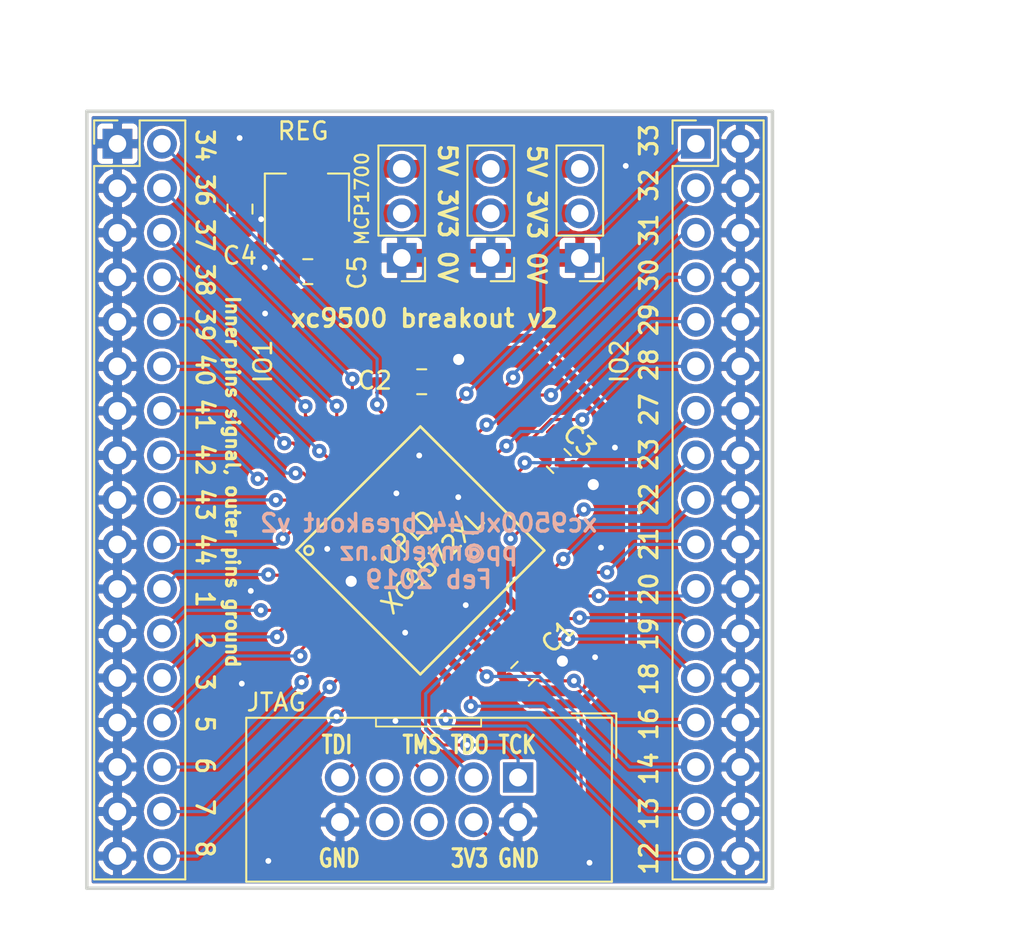
<source format=kicad_pcb>
(kicad_pcb (version 20171130) (host pcbnew "(5.0.1-3-g963ef8bb5)")
  (layers (0 F.Cu signal) (31 B.Cu signal) (34 B.Paste user) (35 F.Paste user) (36 B.SilkS user) (37 F.SilkS user) (38 B.Mask user) (39 F.Mask user) (44 Edge.Cuts user))
  (net 0 "")
  (net 1 3V3)
  (net 2 GND)
  (net 3 5V)
  (net 4 pin1_gck3)
  (net 5 pin2)
  (net 6 pin3)
  (net 7 pin5)
  (net 8 pin6)
  (net 9 pin7)
  (net 10 pin8)
  (net 11 TDI)
  (net 12 TMS)
  (net 13 TCK)
  (net 14 pin12)
  (net 15 pin13)
  (net 16 pin14)
  (net 17 pin16)
  (net 18 pin18)
  (net 19 pin19)
  (net 20 pin20)
  (net 21 pin21)
  (net 22 pin22)
  (net 23 pin23)
  (net 24 TDO)
  (net 25 pin27)
  (net 26 pin28)
  (net 27 pin29)
  (net 28 pin30)
  (net 29 pin31)
  (net 30 pin32)
  (net 31 pin33_GSR)
  (net 32 pin34_GTS2)
  (net 33 pin36_GTS1)
  (net 34 pin37)
  (net 35 pin38)
  (net 36 pin39)
  (net 37 pin40)
  (net 38 pin41)
  (net 39 pin42)
  (net 40 pin43_gck1)
  (net 41 pin44_gck2)
  (module Capacitor_SMD:C_0805_2012Metric (layer F.Cu) (at 144.15008 89.23782 45)
    (fp_text reference C1 (at 2.88805 -0.096987 45) (layer F.SilkS))
    (fp_text value 100n)
    (pad 1 smd roundrect (at -0.937501 0 45) (size 0.975 1.4) (layers F.Cu F.Paste F.Mask) (net 1 3V3))
    (pad 2 smd roundrect (at 0.937501 0 45) (size 0.975 1.4) (layers F.Cu F.Paste F.Mask) (net 2 GND))
  )
  (module Capacitor_SMD:C_0805_2012Metric (layer F.Cu) (at 138.35888 72.57796)
    (fp_text reference C2 (at -2.66888 -0.06796 180) (layer F.SilkS))
    (fp_text value 100n)
    (pad 2 smd roundrect (at 0.9375 0) (size 0.975 1.4) (layers F.Cu F.Paste F.Mask) (net 2 GND))
    (pad 1 smd roundrect (at -0.9375 0) (size 0.975 1.4) (layers F.Cu F.Paste F.Mask) (net 1 3V3))
  )
  (module Capacitor_SMD:C_0805_2012Metric (layer F.Cu) (at 146.18462 77.09916 315)
    (fp_text reference C3 (at 0 -1.65 315) (layer F.SilkS))
    (fp_text value 1u)
    (pad 1 smd roundrect (at -0.937501 0 315) (size 0.975 1.4) (layers F.Cu F.Paste F.Mask) (net 1 3V3))
    (pad 2 smd roundrect (at 0.937501 0 315) (size 0.975 1.4) (layers F.Cu F.Paste F.Mask) (net 2 GND))
  )
  (module Capacitor_SMD:C_0805_2012Metric_Pad1.15x1.40mm_HandSolder (layer F.Cu) (at 127.99314 62.72784 90)
    (fp_text reference C4 (at -2.65684 -0.0127 180) (layer F.SilkS))
    (fp_text value 1u)
    (pad 2 smd roundrect (at 1.025 0 90) (size 1.15 1.4) (layers F.Cu F.Paste F.Mask) (roundrect_rratio 0.217391) (net 3 5V))
    (pad 1 smd roundrect (at -1.025 0 90) (size 1.15 1.4) (layers F.Cu F.Paste F.Mask) (roundrect_rratio 0.217391) (net 2 GND))
  )
  (module Capacitor_SMD:C_0805_2012Metric_Pad1.15x1.40mm_HandSolder (layer F.Cu) (at 131.85902 66.29654 180)
    (fp_text reference C5 (at -2.81098 -0.06346 90) (layer F.SilkS))
    (fp_text value 1u)
    (pad 1 smd roundrect (at -1.025 0 180) (size 1.15 1.4) (layers F.Cu F.Paste F.Mask) (roundrect_rratio 0.217391) (net 1 3V3))
    (pad 2 smd roundrect (at 1.025 0 180) (size 1.15 1.4) (layers F.Cu F.Paste F.Mask) (roundrect_rratio 0.217391) (net 2 GND))
  )
  (module myelin-kicad:xilinx_vqg44 (layer F.Cu) (at 138.28014 82.20202 45)
    (fp_text reference CPLD (at 0 -1 45) (layer F.SilkS))
    (fp_text value XC9572XL (at 0 1 45) (layer F.SilkS))
    (pad 1 smd rect (at -6 -4 45) (size 2 0.5) (layers F.Cu F.Paste F.Mask) (net 4 pin1_gck3))
    (pad 2 smd rect (at -6 -3.2 45) (size 2 0.5) (layers F.Cu F.Paste F.Mask) (net 5 pin2))
    (pad 3 smd rect (at -6 -2.4 45) (size 2 0.5) (layers F.Cu F.Paste F.Mask) (net 6 pin3))
    (pad 4 smd rect (at -6 -1.6 45) (size 2 0.5) (layers F.Cu F.Paste F.Mask) (net 2 GND))
    (pad 5 smd rect (at -6 -0.8 45) (size 2 0.5) (layers F.Cu F.Paste F.Mask) (net 7 pin5))
    (pad 6 smd rect (at -6 0 45) (size 2 0.5) (layers F.Cu F.Paste F.Mask) (net 8 pin6))
    (pad 7 smd rect (at -6 0.8 45) (size 2 0.5) (layers F.Cu F.Paste F.Mask) (net 9 pin7))
    (pad 8 smd rect (at -6 1.6 45) (size 2 0.5) (layers F.Cu F.Paste F.Mask) (net 10 pin8))
    (pad 9 smd rect (at -6 2.4 45) (size 2 0.5) (layers F.Cu F.Paste F.Mask) (net 11 TDI))
    (pad 10 smd rect (at -6 3.2 45) (size 2 0.5) (layers F.Cu F.Paste F.Mask) (net 12 TMS))
    (pad 11 smd rect (at -6 4 45) (size 2 0.5) (layers F.Cu F.Paste F.Mask) (net 13 TCK))
    (pad 12 smd rect (at -4 6 45) (size 0.5 2) (layers F.Cu F.Paste F.Mask) (net 14 pin12))
    (pad 13 smd rect (at -3.2 6 45) (size 0.5 2) (layers F.Cu F.Paste F.Mask) (net 15 pin13))
    (pad 14 smd rect (at -2.4 6 45) (size 0.5 2) (layers F.Cu F.Paste F.Mask) (net 16 pin14))
    (pad 15 smd rect (at -1.6 6 45) (size 0.5 2) (layers F.Cu F.Paste F.Mask) (net 1 3V3))
    (pad 16 smd rect (at -0.8 6 45) (size 0.5 2) (layers F.Cu F.Paste F.Mask) (net 17 pin16))
    (pad 17 smd rect (at 0 6 45) (size 0.5 2) (layers F.Cu F.Paste F.Mask) (net 2 GND))
    (pad 18 smd rect (at 0.8 6 45) (size 0.5 2) (layers F.Cu F.Paste F.Mask) (net 18 pin18))
    (pad 19 smd rect (at 1.6 6 45) (size 0.5 2) (layers F.Cu F.Paste F.Mask) (net 19 pin19))
    (pad 20 smd rect (at 2.4 6 45) (size 0.5 2) (layers F.Cu F.Paste F.Mask) (net 20 pin20))
    (pad 21 smd rect (at 3.2 6 45) (size 0.5 2) (layers F.Cu F.Paste F.Mask) (net 21 pin21))
    (pad 22 smd rect (at 4 6 45) (size 0.5 2) (layers F.Cu F.Paste F.Mask) (net 22 pin22))
    (pad 23 smd rect (at 6 4 45) (size 2 0.5) (layers F.Cu F.Paste F.Mask) (net 23 pin23))
    (pad 24 smd rect (at 6 3.2 45) (size 2 0.5) (layers F.Cu F.Paste F.Mask) (net 24 TDO))
    (pad 25 smd rect (at 6 2.4 45) (size 2 0.5) (layers F.Cu F.Paste F.Mask) (net 2 GND))
    (pad 26 smd rect (at 6 1.6 45) (size 2 0.5) (layers F.Cu F.Paste F.Mask) (net 1 3V3))
    (pad 27 smd rect (at 6 0.8 45) (size 2 0.5) (layers F.Cu F.Paste F.Mask) (net 25 pin27))
    (pad 28 smd rect (at 6 0 45) (size 2 0.5) (layers F.Cu F.Paste F.Mask) (net 26 pin28))
    (pad 29 smd rect (at 6 -0.8 45) (size 2 0.5) (layers F.Cu F.Paste F.Mask) (net 27 pin29))
    (pad 30 smd rect (at 6 -1.6 45) (size 2 0.5) (layers F.Cu F.Paste F.Mask) (net 28 pin30))
    (pad 31 smd rect (at 6 -2.4 45) (size 2 0.5) (layers F.Cu F.Paste F.Mask) (net 29 pin31))
    (pad 32 smd rect (at 6 -3.2 45) (size 2 0.5) (layers F.Cu F.Paste F.Mask) (net 30 pin32))
    (pad 33 smd rect (at 6 -4 45) (size 2 0.5) (layers F.Cu F.Paste F.Mask) (net 31 pin33_GSR))
    (pad 34 smd rect (at 4 -6 45) (size 0.5 2) (layers F.Cu F.Paste F.Mask) (net 32 pin34_GTS2))
    (pad 35 smd rect (at 3.2 -6 45) (size 0.5 2) (layers F.Cu F.Paste F.Mask) (net 1 3V3))
    (pad 36 smd rect (at 2.4 -6 45) (size 0.5 2) (layers F.Cu F.Paste F.Mask) (net 33 pin36_GTS1))
    (pad 37 smd rect (at 1.6 -6 45) (size 0.5 2) (layers F.Cu F.Paste F.Mask) (net 34 pin37))
    (pad 38 smd rect (at 0.8 -6 45) (size 0.5 2) (layers F.Cu F.Paste F.Mask) (net 35 pin38))
    (pad 39 smd rect (at 0 -6 45) (size 0.5 2) (layers F.Cu F.Paste F.Mask) (net 36 pin39))
    (pad 40 smd rect (at -0.8 -6 45) (size 0.5 2) (layers F.Cu F.Paste F.Mask) (net 37 pin40))
    (pad 41 smd rect (at -1.6 -6 45) (size 0.5 2) (layers F.Cu F.Paste F.Mask) (net 38 pin41))
    (pad 42 smd rect (at -2.4 -6 45) (size 0.5 2) (layers F.Cu F.Paste F.Mask) (net 39 pin42))
    (pad 43 smd rect (at -3.2 -6 45) (size 0.5 2) (layers F.Cu F.Paste F.Mask) (net 40 pin43_gck1))
    (pad 44 smd rect (at -4 -6 45) (size 0.5 2) (layers F.Cu F.Paste F.Mask) (net 41 pin44_gck2))
  )
  (module Package_TO_SOT_SMD:SOT-89-3 (layer F.Cu) (at 131.81076 62.48146 90)
    (fp_text reference REG (at 4.2037 -0.22098 180) (layer F.SilkS))
    (fp_text value MCP1700T-3302E/MB)
    (pad 2 smd trapezoid (at 2.667 0) (size 1.6 0.85) (rect_delta 0 0.6) (layers F.Cu F.Paste F.Mask) (net 3 5V))
    (pad 1 smd rect (at -1.48 -1.5) (size 1 1.5) (layers F.Cu F.Paste F.Mask) (net 2 GND))
    (pad 2 smd rect (at -1.3335 0) (size 1 1.8) (layers F.Cu F.Paste F.Mask) (net 3 5V))
    (pad 3 smd rect (at -1.48 1.5) (size 1 1.5) (layers F.Cu F.Paste F.Mask) (net 1 3V3))
    (pad 2 smd rect (at 1.3335 0) (size 2.2 1.84) (layers F.Cu F.Paste F.Mask) (net 3 5V))
    (pad 2 smd trapezoid (at -0.0762 0 180) (size 1.5 1) (rect_delta 0 0.7) (layers F.Cu F.Paste F.Mask) (net 3 5V))
  )
  (module Connector_PinHeader_2.54mm:PinHeader_2x17_P2.54mm_Vertical (layer F.Cu) (at 121 59)
    (fp_text reference IO1 (at 8.3 12.42 -90) (layer F.SilkS))
    (fp_text value "CPLD IO")
    (pad 1 thru_hole rect (at 0 0) (size 1.7 1.7) (drill 1) (layers *.Cu *.Mask) (net 2 GND))
    (pad 2 thru_hole oval (at 2.54 0) (size 1.7 1.7) (drill 1) (layers *.Cu *.Mask) (net 32 pin34_GTS2))
    (pad 3 thru_hole oval (at 0 2.54) (size 1.7 1.7) (drill 1) (layers *.Cu *.Mask) (net 2 GND))
    (pad 4 thru_hole oval (at 2.54 2.54) (size 1.7 1.7) (drill 1) (layers *.Cu *.Mask) (net 33 pin36_GTS1))
    (pad 5 thru_hole oval (at 0 5.08) (size 1.7 1.7) (drill 1) (layers *.Cu *.Mask) (net 2 GND))
    (pad 6 thru_hole oval (at 2.54 5.08) (size 1.7 1.7) (drill 1) (layers *.Cu *.Mask) (net 34 pin37))
    (pad 7 thru_hole oval (at 0 7.62) (size 1.7 1.7) (drill 1) (layers *.Cu *.Mask) (net 2 GND))
    (pad 8 thru_hole oval (at 2.54 7.62) (size 1.7 1.7) (drill 1) (layers *.Cu *.Mask) (net 35 pin38))
    (pad 9 thru_hole oval (at 0 10.16) (size 1.7 1.7) (drill 1) (layers *.Cu *.Mask) (net 2 GND))
    (pad 10 thru_hole oval (at 2.54 10.16) (size 1.7 1.7) (drill 1) (layers *.Cu *.Mask) (net 36 pin39))
    (pad 11 thru_hole oval (at 0 12.7) (size 1.7 1.7) (drill 1) (layers *.Cu *.Mask) (net 2 GND))
    (pad 12 thru_hole oval (at 2.54 12.7) (size 1.7 1.7) (drill 1) (layers *.Cu *.Mask) (net 37 pin40))
    (pad 13 thru_hole oval (at 0 15.24) (size 1.7 1.7) (drill 1) (layers *.Cu *.Mask) (net 2 GND))
    (pad 14 thru_hole oval (at 2.54 15.24) (size 1.7 1.7) (drill 1) (layers *.Cu *.Mask) (net 38 pin41))
    (pad 15 thru_hole oval (at 0 17.78) (size 1.7 1.7) (drill 1) (layers *.Cu *.Mask) (net 2 GND))
    (pad 16 thru_hole oval (at 2.54 17.78) (size 1.7 1.7) (drill 1) (layers *.Cu *.Mask) (net 39 pin42))
    (pad 17 thru_hole oval (at 0 20.32) (size 1.7 1.7) (drill 1) (layers *.Cu *.Mask) (net 2 GND))
    (pad 18 thru_hole oval (at 2.54 20.32) (size 1.7 1.7) (drill 1) (layers *.Cu *.Mask) (net 40 pin43_gck1))
    (pad 19 thru_hole oval (at 0 22.86) (size 1.7 1.7) (drill 1) (layers *.Cu *.Mask) (net 2 GND))
    (pad 20 thru_hole oval (at 2.54 22.86) (size 1.7 1.7) (drill 1) (layers *.Cu *.Mask) (net 41 pin44_gck2))
    (pad 21 thru_hole oval (at 0 25.4) (size 1.7 1.7) (drill 1) (layers *.Cu *.Mask) (net 2 GND))
    (pad 22 thru_hole oval (at 2.54 25.4) (size 1.7 1.7) (drill 1) (layers *.Cu *.Mask) (net 4 pin1_gck3))
    (pad 23 thru_hole oval (at 0 27.94) (size 1.7 1.7) (drill 1) (layers *.Cu *.Mask) (net 2 GND))
    (pad 24 thru_hole oval (at 2.54 27.94) (size 1.7 1.7) (drill 1) (layers *.Cu *.Mask) (net 5 pin2))
    (pad 25 thru_hole oval (at 0 30.48) (size 1.7 1.7) (drill 1) (layers *.Cu *.Mask) (net 2 GND))
    (pad 26 thru_hole oval (at 2.54 30.48) (size 1.7 1.7) (drill 1) (layers *.Cu *.Mask) (net 6 pin3))
    (pad 27 thru_hole oval (at 0 33.02) (size 1.7 1.7) (drill 1) (layers *.Cu *.Mask) (net 2 GND))
    (pad 28 thru_hole oval (at 2.54 33.02) (size 1.7 1.7) (drill 1) (layers *.Cu *.Mask) (net 7 pin5))
    (pad 29 thru_hole oval (at 0 35.56) (size 1.7 1.7) (drill 1) (layers *.Cu *.Mask) (net 2 GND))
    (pad 30 thru_hole oval (at 2.54 35.56) (size 1.7 1.7) (drill 1) (layers *.Cu *.Mask) (net 8 pin6))
    (pad 31 thru_hole oval (at 0 38.1) (size 1.7 1.7) (drill 1) (layers *.Cu *.Mask) (net 2 GND))
    (pad 32 thru_hole oval (at 2.54 38.1) (size 1.7 1.7) (drill 1) (layers *.Cu *.Mask) (net 9 pin7))
    (pad 33 thru_hole oval (at 0 40.64) (size 1.7 1.7) (drill 1) (layers *.Cu *.Mask) (net 2 GND))
    (pad 34 thru_hole oval (at 2.54 40.64) (size 1.7 1.7) (drill 1) (layers *.Cu *.Mask) (net 10 pin8))
  )
  (module Connector_PinHeader_2.54mm:PinHeader_2x17_P2.54mm_Vertical (layer F.Cu) (at 154 59)
    (fp_text reference IO2 (at -4.36 12.42 -90) (layer F.SilkS))
    (fp_text value "CPLD IO")
    (pad 1 thru_hole rect (at 0 0) (size 1.7 1.7) (drill 1) (layers *.Cu *.Mask) (net 31 pin33_GSR))
    (pad 2 thru_hole oval (at 2.54 0) (size 1.7 1.7) (drill 1) (layers *.Cu *.Mask) (net 2 GND))
    (pad 3 thru_hole oval (at 0 2.54) (size 1.7 1.7) (drill 1) (layers *.Cu *.Mask) (net 30 pin32))
    (pad 4 thru_hole oval (at 2.54 2.54) (size 1.7 1.7) (drill 1) (layers *.Cu *.Mask) (net 2 GND))
    (pad 5 thru_hole oval (at 0 5.08) (size 1.7 1.7) (drill 1) (layers *.Cu *.Mask) (net 29 pin31))
    (pad 6 thru_hole oval (at 2.54 5.08) (size 1.7 1.7) (drill 1) (layers *.Cu *.Mask) (net 2 GND))
    (pad 7 thru_hole oval (at 0 7.62) (size 1.7 1.7) (drill 1) (layers *.Cu *.Mask) (net 28 pin30))
    (pad 8 thru_hole oval (at 2.54 7.62) (size 1.7 1.7) (drill 1) (layers *.Cu *.Mask) (net 2 GND))
    (pad 9 thru_hole oval (at 0 10.16) (size 1.7 1.7) (drill 1) (layers *.Cu *.Mask) (net 27 pin29))
    (pad 10 thru_hole oval (at 2.54 10.16) (size 1.7 1.7) (drill 1) (layers *.Cu *.Mask) (net 2 GND))
    (pad 11 thru_hole oval (at 0 12.7) (size 1.7 1.7) (drill 1) (layers *.Cu *.Mask) (net 26 pin28))
    (pad 12 thru_hole oval (at 2.54 12.7) (size 1.7 1.7) (drill 1) (layers *.Cu *.Mask) (net 2 GND))
    (pad 13 thru_hole oval (at 0 15.24) (size 1.7 1.7) (drill 1) (layers *.Cu *.Mask) (net 25 pin27))
    (pad 14 thru_hole oval (at 2.54 15.24) (size 1.7 1.7) (drill 1) (layers *.Cu *.Mask) (net 2 GND))
    (pad 15 thru_hole oval (at 0 17.78) (size 1.7 1.7) (drill 1) (layers *.Cu *.Mask) (net 23 pin23))
    (pad 16 thru_hole oval (at 2.54 17.78) (size 1.7 1.7) (drill 1) (layers *.Cu *.Mask) (net 2 GND))
    (pad 17 thru_hole oval (at 0 20.32) (size 1.7 1.7) (drill 1) (layers *.Cu *.Mask) (net 22 pin22))
    (pad 18 thru_hole oval (at 2.54 20.32) (size 1.7 1.7) (drill 1) (layers *.Cu *.Mask) (net 2 GND))
    (pad 19 thru_hole oval (at 0 22.86) (size 1.7 1.7) (drill 1) (layers *.Cu *.Mask) (net 21 pin21))
    (pad 20 thru_hole oval (at 2.54 22.86) (size 1.7 1.7) (drill 1) (layers *.Cu *.Mask) (net 2 GND))
    (pad 21 thru_hole oval (at 0 25.4) (size 1.7 1.7) (drill 1) (layers *.Cu *.Mask) (net 20 pin20))
    (pad 22 thru_hole oval (at 2.54 25.4) (size 1.7 1.7) (drill 1) (layers *.Cu *.Mask) (net 2 GND))
    (pad 23 thru_hole oval (at 0 27.94) (size 1.7 1.7) (drill 1) (layers *.Cu *.Mask) (net 19 pin19))
    (pad 24 thru_hole oval (at 2.54 27.94) (size 1.7 1.7) (drill 1) (layers *.Cu *.Mask) (net 2 GND))
    (pad 25 thru_hole oval (at 0 30.48) (size 1.7 1.7) (drill 1) (layers *.Cu *.Mask) (net 18 pin18))
    (pad 26 thru_hole oval (at 2.54 30.48) (size 1.7 1.7) (drill 1) (layers *.Cu *.Mask) (net 2 GND))
    (pad 27 thru_hole oval (at 0 33.02) (size 1.7 1.7) (drill 1) (layers *.Cu *.Mask) (net 17 pin16))
    (pad 28 thru_hole oval (at 2.54 33.02) (size 1.7 1.7) (drill 1) (layers *.Cu *.Mask) (net 2 GND))
    (pad 29 thru_hole oval (at 0 35.56) (size 1.7 1.7) (drill 1) (layers *.Cu *.Mask) (net 16 pin14))
    (pad 30 thru_hole oval (at 2.54 35.56) (size 1.7 1.7) (drill 1) (layers *.Cu *.Mask) (net 2 GND))
    (pad 31 thru_hole oval (at 0 38.1) (size 1.7 1.7) (drill 1) (layers *.Cu *.Mask) (net 15 pin13))
    (pad 32 thru_hole oval (at 2.54 38.1) (size 1.7 1.7) (drill 1) (layers *.Cu *.Mask) (net 2 GND))
    (pad 33 thru_hole oval (at 0 40.64) (size 1.7 1.7) (drill 1) (layers *.Cu *.Mask) (net 14 pin12))
    (pad 34 thru_hole oval (at 2.54 40.64) (size 1.7 1.7) (drill 1) (layers *.Cu *.Mask) (net 2 GND))
  )
  (module Connector_PinHeader_2.54mm:PinHeader_1x03_P2.54mm_Vertical (layer F.Cu) (at 137.21842 65.51168 180)
    (fp_text reference EXTPWR1 hide)
    (fp_text value "ext pwr")
    (pad 1 thru_hole rect (at 0 0 180) (size 1.7 1.7) (drill 1) (layers *.Cu *.Mask) (net 2 GND))
    (pad 2 thru_hole oval (at 0 2.54 180) (size 1.7 1.7) (drill 1) (layers *.Cu *.Mask) (net 1 3V3))
    (pad 3 thru_hole oval (at 0 5.08 180) (size 1.7 1.7) (drill 1) (layers *.Cu *.Mask) (net 3 5V))
  )
  (module Connector_PinHeader_2.54mm:PinHeader_1x03_P2.54mm_Vertical (layer F.Cu) (at 142.29842 65.51168 180)
    (fp_text reference EXTPWR2 hide)
    (fp_text value "ext pwr")
    (pad 3 thru_hole oval (at 0 5.08 180) (size 1.7 1.7) (drill 1) (layers *.Cu *.Mask) (net 3 5V))
    (pad 2 thru_hole oval (at 0 2.54 180) (size 1.7 1.7) (drill 1) (layers *.Cu *.Mask) (net 1 3V3))
    (pad 1 thru_hole rect (at 0 0 180) (size 1.7 1.7) (drill 1) (layers *.Cu *.Mask) (net 2 GND))
  )
  (module Connector_PinHeader_2.54mm:PinHeader_1x03_P2.54mm_Vertical (layer F.Cu) (at 147.37842 65.51168 180)
    (fp_text reference EXTPWR3 hide)
    (fp_text value "ext pwr")
    (pad 1 thru_hole rect (at 0 0 180) (size 1.7 1.7) (drill 1) (layers *.Cu *.Mask) (net 2 GND))
    (pad 2 thru_hole oval (at 0 2.54 180) (size 1.7 1.7) (drill 1) (layers *.Cu *.Mask) (net 1 3V3))
    (pad 3 thru_hole oval (at 0 5.08 180) (size 1.7 1.7) (drill 1) (layers *.Cu *.Mask) (net 3 5V))
  )
  (module Connector_IDC:IDC-Header_2x05_P2.54mm_Vertical (layer F.Cu) (at 143.85798 95.15602 270)
    (fp_text reference JTAG (at -4.28752 13.79728) (layer F.SilkS))
    (fp_text value jtag)
    (pad 1 thru_hole rect (at 0 0 270) (size 1.7272 1.7272) (drill 1.016) (layers *.Cu *.Mask) (net 13 TCK))
    (pad 2 thru_hole oval (at 2.54 0 270) (size 1.7272 1.7272) (drill 1.016) (layers *.Cu *.Mask) (net 2 GND))
    (pad 3 thru_hole oval (at 0 2.54 270) (size 1.7272 1.7272) (drill 1.016) (layers *.Cu *.Mask) (net 24 TDO))
    (pad 4 thru_hole oval (at 2.54 2.54 270) (size 1.7272 1.7272) (drill 1.016) (layers *.Cu *.Mask) (net 1 3V3))
    (pad 5 thru_hole oval (at 0 5.08 270) (size 1.7272 1.7272) (drill 1.016) (layers *.Cu *.Mask) (net 12 TMS))
    (pad 6 thru_hole oval (at 2.54 5.08 270) (size 1.7272 1.7272) (drill 1.016) (layers *.Cu *.Mask))
    (pad 7 thru_hole oval (at 0 7.62 270) (size 1.7272 1.7272) (drill 1.016) (layers *.Cu *.Mask))
    (pad 8 thru_hole oval (at 2.54 7.62 270) (size 1.7272 1.7272) (drill 1.016) (layers *.Cu *.Mask))
    (pad 9 thru_hole oval (at 0 10.16 270) (size 1.7272 1.7272) (drill 1.016) (layers *.Cu *.Mask) (net 11 TDI))
    (pad 10 thru_hole oval (at 2.54 10.16 270) (size 1.7272 1.7272) (drill 1.016) (layers *.Cu *.Mask) (net 2 GND))
  )
  (module myelin-kicad:via_single (layer F.Cu) (at 129.60858 99.91598)
    (fp_text reference staple_single1 hide)
    (fp_text value "" hide)
    (pad 1 thru_hole circle (at 0 0) (size 0.8128 0.8128) (drill 0.3302) (layers *.Cu) (net 2 GND))
  )
  (module myelin-kicad:via_single (layer F.Cu) (at 147.93214 100.02012)
    (fp_text reference staple_single2 hide)
    (fp_text value "" hide)
    (pad 1 thru_hole circle (at 0 0) (size 0.8128 0.8128) (drill 0.3302) (layers *.Cu) (net 2 GND))
  )
  (module myelin-kicad:via_single (layer F.Cu) (at 149.9997 60.26404)
    (fp_text reference staple_single3 hide)
    (fp_text value "" hide)
    (pad 1 thru_hole circle (at 0 0) (size 0.8128 0.8128) (drill 0.3302) (layers *.Cu) (net 2 GND))
  )
  (module myelin-kicad:via_single (layer F.Cu) (at 127.97028 58.674)
    (fp_text reference staple_single4 hide)
    (fp_text value "" hide)
    (pad 1 thru_hole circle (at 0 0) (size 0.8128 0.8128) (drill 0.3302) (layers *.Cu) (net 2 GND))
  )
  (module myelin-kicad:via_single (layer F.Cu) (at 129.40284 66.05778)
    (fp_text reference staple_single5 hide)
    (fp_text value "" hide)
    (pad 1 thru_hole circle (at 0 0) (size 0.8128 0.8128) (drill 0.3302) (layers *.Cu) (net 2 GND))
  )
  (module myelin-kicad:via_single (layer F.Cu) (at 129.1971 63.30696)
    (fp_text reference staple_single6 hide)
    (fp_text value "" hide)
    (pad 1 thru_hole circle (at 0 0) (size 0.8128 0.8128) (drill 0.3302) (layers *.Cu) (net 2 GND))
  )
  (module myelin-kicad:via_single (layer F.Cu) (at 129.42316 68.68668)
    (fp_text reference staple_single7 hide)
    (fp_text value "" hide)
    (pad 1 thru_hole circle (at 0 0) (size 0.8128 0.8128) (drill 0.3302) (layers *.Cu) (net 2 GND))
  )
  (module myelin-kicad:via_single (layer F.Cu) (at 137.414 86.8934)
    (fp_text reference staple_single8 hide)
    (fp_text value "" hide)
    (pad 1 thru_hole circle (at 0 0) (size 0.8128 0.8128) (drill 0.3302) (layers *.Cu) (net 2 GND))
  )
  (module myelin-kicad:via_single (layer F.Cu) (at 132.969 82.11566)
    (fp_text reference staple_single9 hide)
    (fp_text value "" hide)
    (pad 1 thru_hole circle (at 0 0) (size 0.8128 0.8128) (drill 0.3302) (layers *.Cu) (net 2 GND))
  )
  (module myelin-kicad:via_single (layer F.Cu) (at 138.21664 76.78674)
    (fp_text reference staple_single10 hide)
    (fp_text value "" hide)
    (pad 1 thru_hole circle (at 0 0) (size 0.8128 0.8128) (drill 0.3302) (layers *.Cu) (net 2 GND))
  )
  (module myelin-kicad:via_single (layer F.Cu) (at 140.87094 85.32368)
    (fp_text reference staple_single11 hide)
    (fp_text value "" hide)
    (pad 1 thru_hole circle (at 0 0) (size 0.8128 0.8128) (drill 0.3302) (layers *.Cu) (net 2 GND))
  )
  (module myelin-kicad:via_single (layer F.Cu) (at 148.58746 82.04454)
    (fp_text reference staple_single12 hide)
    (fp_text value "" hide)
    (pad 1 thru_hole circle (at 0 0) (size 0.8128 0.8128) (drill 0.3302) (layers *.Cu) (net 2 GND))
  )
  (module myelin-kicad:via_single (layer F.Cu) (at 140.44422 79.16418)
    (fp_text reference staple_single13 hide)
    (fp_text value "" hide)
    (pad 1 thru_hole circle (at 0 0) (size 0.8128 0.8128) (drill 0.3302) (layers *.Cu) (net 2 GND))
  )
  (module myelin-kicad:via_single (layer F.Cu) (at 136.91362 78.9432)
    (fp_text reference staple_single14 hide)
    (fp_text value "" hide)
    (pad 1 thru_hole circle (at 0 0) (size 0.8128 0.8128) (drill 0.3302) (layers *.Cu) (net 2 GND))
  )
  (module myelin-kicad:via_single (layer F.Cu) (at 148.24964 88.29548)
    (fp_text reference staple_single15 hide)
    (fp_text value "" hide)
    (pad 1 thru_hole circle (at 0 0) (size 0.8128 0.8128) (drill 0.3302) (layers *.Cu) (net 2 GND))
  )
  (module myelin-kicad:via_single (layer F.Cu) (at 136.86 91.93)
    (fp_text reference staple_single16 hide)
    (fp_text value "" hide)
    (pad 1 thru_hole circle (at 0 0) (size 0.8128 0.8128) (drill 0.3302) (layers *.Cu) (net 2 GND))
  )
  (module myelin-kicad:via_single (layer F.Cu) (at 128.09474 89.8017)
    (fp_text reference staple_single17 hide)
    (fp_text value "" hide)
    (pad 1 thru_hole circle (at 0 0) (size 0.8128 0.8128) (drill 0.3302) (layers *.Cu) (net 2 GND))
  )
  (module myelin-kicad:via_single (layer F.Cu) (at 128.60782 84.51088)
    (fp_text reference staple_single18 hide)
    (fp_text value "" hide)
    (pad 1 thru_hole circle (at 0 0) (size 0.8128 0.8128) (drill 0.3302) (layers *.Cu) (net 2 GND))
  )
  (module myelin-kicad:via_single (layer F.Cu) (at 149.38248 76.33208)
    (fp_text reference staple_single19 hide)
    (fp_text value "" hide)
    (pad 1 thru_hole circle (at 0 0) (size 0.8128 0.8128) (drill 0.3302) (layers *.Cu) (net 2 GND))
  )
  (gr_line (start 141.75 92.25) (end 141.75 91.75) (layer F.SilkS) (width 0.1))
  (gr_line (start 135.75 92.25) (end 141.75 92.25) (layer F.SilkS) (width 0.1))
  (gr_line (start 135.75 91.75) (end 135.75 92.25) (layer F.SilkS) (width 0.1))
  (gr_text "xc9500 breakout v2" (at 138.51 68.96) (layer F.SilkS) (effects (font (size 1 1) (thickness 0.2))))
  (gr_text "GND         3V3 GND" (at 138.77 99.77) (layer F.SilkS) (effects (font (size 1 0.762) (thickness 0.1778))))
  (gr_text "TDI     TMS TDO TCK" (at 138.77 93.29) (layer F.SilkS) (effects (font (size 1 0.762) (thickness 0.1778))))
  (gr_text "Inner pins signal, outer pins ground" (at 127.56896 78.28788 270) (layer F.SilkS) (effects (font (size 0.762 0.762) (thickness 0.1778))))
  (gr_text MCP1700 (at 134.95274 62.13602 90) (layer F.SilkS) (effects (font (size 0.762 0.762) (thickness 0.127))))
  (gr_text "xc9500xl_44_breakout v2\npp@myelin.nz\nFeb 2019" (at 138.75512 82.25282) (layer B.SilkS) (effects (font (size 1 1) (thickness 0.2)) (justify mirror)))
  (gr_text "5V 3V3 0V" (at 144.91716 63.05296 270) (layer F.SilkS) (effects (font (size 1 1) (thickness 0.2))))
  (gr_text "34 36 37 38 39 40 41 42 43 44  1  2  3  5  6  7  8" (at 125.98908 78.9432 270) (layer F.SilkS) (effects (font (size 1 0.96) (thickness 0.1778))))
  (gr_text "12 13 14 16 18 19 20 21 22 23 27 28 29 30 31 32 33" (at 151.32304 79.28864 90) (layer F.SilkS) (effects (font (size 1 0.96) (thickness 0.1778))))
  (gr_text "5V 3V3 0V" (at 139.827 62.992 270) (layer F.SilkS) (effects (font (size 1 1) (thickness 0.2))))
  (gr_line (start 158.369 101.473) (end 158.369 57.15) (layer Edge.Cuts) (width 0.2))
  (gr_line (start 119.253 101.473) (end 158.369 101.473) (layer Edge.Cuts) (width 0.2))
  (gr_line (start 119.253 57.15) (end 119.253 101.473) (layer Edge.Cuts) (width 0.2))
  (gr_line (start 158.369 57.15) (end 119.253 57.15) (layer Edge.Cuts) (width 0.2))
  (segment (start 145.521707 77.223195) (end 143.654152 79.09075) (width 0.508) (layer F.Cu) (net 1))
  (segment (start 145.521707 76.436247) (end 145.521707 77.223195) (width 0.508) (layer F.Cu) (net 1))
  (segment (start 147.37842 62.97168) (end 142.29842 62.97168) (width 1.016) (layer F.Cu) (net 1))
  (segment (start 142.29842 62.97168) (end 137.21842 62.97168) (width 1.016) (layer F.Cu) (net 1))
  (segment (start 134.30054 62.97168) (end 133.31076 63.96146) (width 1.016) (layer F.Cu) (net 1))
  (segment (start 137.21842 62.97168) (end 134.30054 62.97168) (width 1.016) (layer F.Cu) (net 1))
  (segment (start 133.31076 65.8698) (end 132.88402 66.29654) (width 1.016) (layer F.Cu) (net 1))
  (segment (start 133.31076 63.96146) (end 133.31076 65.8698) (width 1.016) (layer F.Cu) (net 1))
  (segment (start 143.487167 89.900733) (end 142.921483 89.335049) (width 0.508) (layer F.Cu) (net 1))
  (segment (start 142.169226 88.353848) (end 141.39141 87.576032) (width 0.508) (layer F.Cu) (net 1))
  (segment (start 142.238428 88.353848) (end 142.169226 88.353848) (width 0.508) (layer F.Cu) (net 1))
  (segment (start 142.921483 89.335049) (end 142.921483 89.036903) (width 0.508) (layer F.Cu) (net 1))
  (segment (start 142.921483 89.036903) (end 142.238428 88.353848) (width 0.508) (layer F.Cu) (net 1))
  (segment (start 137.42138 70.80988) (end 137.42138 72.57796) (width 1.016) (layer F.Cu) (net 1))
  (segment (start 132.90804 66.29654) (end 137.42138 70.80988) (width 1.016) (layer F.Cu) (net 1))
  (segment (start 132.88402 66.29654) (end 132.90804 66.29654) (width 1.016) (layer F.Cu) (net 1))
  (segment (start 137.42138 72.57796) (end 135.6614 72.57796) (width 0.508) (layer F.Cu) (net 1))
  (segment (start 135.6614 72.57796) (end 134.9756 73.26376) (width 0.508) (layer F.Cu) (net 1))
  (segment (start 134.9756 74.371997) (end 136.300241 75.696638) (width 0.508) (layer F.Cu) (net 1))
  (segment (start 134.9756 73.26376) (end 134.9756 74.371997) (width 0.508) (layer F.Cu) (net 1))
  (segment (start 144.541294 90.95486) (end 143.487167 89.900733) (width 0.508) (layer F.Cu) (net 1))
  (segment (start 138.13488 70.09638) (end 144.75206 70.09638) (width 0.508) (layer F.Cu) (net 1))
  (segment (start 150.39086 75.73518) (end 150.39086 88.01608) (width 0.508) (layer F.Cu) (net 1))
  (segment (start 147.45208 90.95486) (end 144.541294 90.95486) (width 0.508) (layer F.Cu) (net 1))
  (segment (start 150.39086 88.01608) (end 147.45208 90.95486) (width 0.508) (layer F.Cu) (net 1))
  (segment (start 137.42138 70.80988) (end 138.13488 70.09638) (width 0.508) (layer F.Cu) (net 1))
  (segment (start 149.44852 74.79284) (end 150.39086 75.73518) (width 0.508) (layer F.Cu) (net 1))
  (segment (start 144.75206 70.09638) (end 149.44852 74.79284) (width 0.508) (layer F.Cu) (net 1))
  (segment (start 145.740174 76.21778) (end 148.02358 76.21778) (width 0.508) (layer F.Cu) (net 1))
  (segment (start 148.02358 76.21778) (end 149.44852 74.79284) (width 0.508) (layer F.Cu) (net 1))
  (segment (start 145.521707 76.436247) (end 145.740174 76.21778) (width 0.508) (layer F.Cu) (net 1))
  (segment (start 147.45208 93.769182) (end 147.45208 90.95486) (width 0.1778) (layer F.Cu) (net 1))
  (segment (start 147.45208 97.05848) (end 147.45208 93.769182) (width 0.1778) (layer F.Cu) (net 1))
  (segment (start 143.10614 99.48418) (end 145.02638 99.48418) (width 0.1778) (layer F.Cu) (net 1))
  (segment (start 145.02638 99.48418) (end 147.45208 97.05848) (width 0.1778) (layer F.Cu) (net 1))
  (segment (start 141.31798 97.69602) (end 143.10614 99.48418) (width 0.1778) (layer F.Cu) (net 1))
  (segment (start 144.653027 88.574907) (end 142.522781 86.444661) (width 0.508) (layer F.Cu) (net 2))
  (segment (start 144.812993 88.574907) (end 144.653027 88.574907) (width 0.508) (layer F.Cu) (net 2))
  (segment (start 146.1142 77.762073) (end 146.847533 77.762073) (width 0.508) (layer F.Cu) (net 2))
  (segment (start 144.219837 79.656436) (end 146.1142 77.762073) (width 0.508) (layer F.Cu) (net 2))
  (segment (start 147.37842 65.51168) (end 142.29842 65.51168) (width 1.016) (layer F.Cu) (net 2))
  (segment (start 142.29842 65.51168) (end 137.21842 65.51168) (width 1.016) (layer F.Cu) (net 2))
  (segment (start 121 59) (end 122.3603 59) (width 0.1778) (layer B.Cu) (net 2))
  (segment (start 146.326833 88.574907) (end 146.38528 88.51646) (width 0.1778) (layer F.Cu) (net 2))
  (via (at 146.38528 88.51646) (size 1.016) (drill 0.635) (layers F.Cu B.Cu) (net 2))
  (segment (start 144.812993 88.574907) (end 146.326833 88.574907) (width 0.1778) (layer F.Cu) (net 2))
  (via (at 134.33552 83.96478) (size 1.016) (drill 0.635) (layers F.Cu B.Cu) (net 2))
  (segment (start 134.254638 83.96478) (end 134.33552 83.96478) (width 0.1778) (layer F.Cu) (net 2))
  (segment (start 132.906128 85.31329) (end 134.254638 83.96478) (width 0.1778) (layer F.Cu) (net 2))
  (via (at 140.46708 71.30796) (size 1.016) (drill 0.635) (layers F.Cu B.Cu) (net 2))
  (segment (start 139.29638 72.47866) (end 140.46708 71.30796) (width 0.1778) (layer F.Cu) (net 2))
  (segment (start 139.29638 72.57796) (end 139.29638 72.47866) (width 0.1778) (layer F.Cu) (net 2))
  (via (at 148.14804 78.44536) (size 1.016) (drill 0.635) (layers F.Cu B.Cu) (net 2))
  (segment (start 147.464753 77.762073) (end 148.14804 78.44536) (width 0.1778) (layer F.Cu) (net 2))
  (segment (start 146.847533 77.762073) (end 147.464753 77.762073) (width 0.1778) (layer F.Cu) (net 2))
  (segment (start 131.25588 61.70284) (end 131.81076 61.14796) (width 1.016) (layer F.Cu) (net 3))
  (segment (start 127.99314 61.70284) (end 131.25588 61.70284) (width 1.016) (layer F.Cu) (net 3))
  (segment (start 131.81076 59.81446) (end 131.81076 61.14796) (width 0.1778) (layer F.Cu) (net 3))
  (segment (start 131.81076 61.14796) (end 131.81076 62.55766) (width 0.1778) (layer F.Cu) (net 3))
  (segment (start 131.81076 62.55766) (end 131.81076 63.81496) (width 0.1778) (layer F.Cu) (net 3))
  (segment (start 147.37842 60.43168) (end 142.29842 60.43168) (width 1.016) (layer F.Cu) (net 3))
  (segment (start 142.29842 60.43168) (end 137.21842 60.43168) (width 1.016) (layer F.Cu) (net 3))
  (segment (start 132.52704 60.43168) (end 131.81076 61.14796) (width 1.016) (layer F.Cu) (net 3))
  (segment (start 137.21842 60.43168) (end 132.52704 60.43168) (width 1.016) (layer F.Cu) (net 3))
  (via (at 129.60858 83.5787) (size 0.8128) (drill 0.3302) (layers F.Cu B.Cu) (net 4))
  (segment (start 129.646114 83.616234) (end 129.60858 83.5787) (width 0.1778) (layer F.Cu) (net 4))
  (segment (start 131.209072 83.616234) (end 129.646114 83.616234) (width 0.1778) (layer F.Cu) (net 4))
  (segment (start 124.3613 83.5787) (end 123.54 84.4) (width 0.1778) (layer B.Cu) (net 4))
  (segment (start 129.60858 83.5787) (end 124.3613 83.5787) (width 0.1778) (layer B.Cu) (net 4))
  (via (at 129.18186 85.61832) (size 0.8128) (drill 0.3302) (layers F.Cu B.Cu) (net 5))
  (segment (start 130.338357 85.61832) (end 129.18186 85.61832) (width 0.1778) (layer F.Cu) (net 5))
  (segment (start 131.774758 84.181919) (end 130.338357 85.61832) (width 0.1778) (layer F.Cu) (net 5))
  (segment (start 124.86168 85.61832) (end 123.54 86.94) (width 0.1778) (layer B.Cu) (net 5))
  (segment (start 129.18186 85.61832) (end 124.86168 85.61832) (width 0.1778) (layer B.Cu) (net 5))
  (via (at 130.10642 87.1347) (size 0.8128) (drill 0.3302) (layers F.Cu B.Cu) (net 6))
  (segment (start 130.10642 86.981627) (end 130.10642 87.1347) (width 0.1778) (layer F.Cu) (net 6))
  (segment (start 132.340443 84.747604) (end 130.10642 86.981627) (width 0.1778) (layer F.Cu) (net 6))
  (segment (start 125.8853 87.1347) (end 123.54 89.48) (width 0.1778) (layer B.Cu) (net 6))
  (segment (start 130.10642 87.1347) (end 125.8853 87.1347) (width 0.1778) (layer B.Cu) (net 6))
  (via (at 131.43484 88.22436) (size 0.8128) (drill 0.3302) (layers F.Cu B.Cu) (net 7))
  (segment (start 131.43484 87.915949) (end 131.43484 88.22436) (width 0.1778) (layer F.Cu) (net 7))
  (segment (start 133.471814 85.878975) (end 131.43484 87.915949) (width 0.1778) (layer F.Cu) (net 7))
  (segment (start 127.33564 88.22436) (end 123.54 92.02) (width 0.1778) (layer B.Cu) (net 7))
  (segment (start 131.43484 88.22436) (end 127.33564 88.22436) (width 0.1778) (layer B.Cu) (net 7))
  (via (at 131.50342 89.72042) (size 0.8128) (drill 0.3302) (layers F.Cu B.Cu) (net 8))
  (segment (start 126.66384 94.56) (end 123.54 94.56) (width 0.1778) (layer B.Cu) (net 8))
  (segment (start 131.50342 89.72042) (end 126.66384 94.56) (width 0.1778) (layer B.Cu) (net 8))
  (segment (start 132.70992 88.51392) (end 131.50342 89.72042) (width 0.1778) (layer F.Cu) (net 8))
  (segment (start 132.70992 87.77224) (end 132.70992 88.51392) (width 0.1778) (layer F.Cu) (net 8))
  (segment (start 134.037499 86.444661) (end 132.70992 87.77224) (width 0.1778) (layer F.Cu) (net 8))
  (via (at 133.10362 89.99474) (size 0.8128) (drill 0.3302) (layers F.Cu B.Cu) (net 9))
  (segment (start 133.825369 87.788162) (end 133.825369 89.272991) (width 0.1778) (layer F.Cu) (net 9))
  (segment (start 133.825369 89.272991) (end 133.10362 89.99474) (width 0.1778) (layer F.Cu) (net 9))
  (segment (start 134.603185 87.010346) (end 133.825369 87.788162) (width 0.1778) (layer F.Cu) (net 9))
  (segment (start 125.99836 97.1) (end 123.54 97.1) (width 0.1778) (layer B.Cu) (net 9))
  (segment (start 133.10362 89.99474) (end 125.99836 97.1) (width 0.1778) (layer B.Cu) (net 9))
  (via (at 133.5024 91.67876) (size 0.8128) (drill 0.3302) (layers F.Cu B.Cu) (net 10))
  (segment (start 133.096001 92.085159) (end 133.5024 91.67876) (width 0.1778) (layer B.Cu) (net 10))
  (segment (start 135.16887 87.576032) (end 134.391054 88.353848) (width 0.1778) (layer F.Cu) (net 10))
  (segment (start 134.391054 88.353848) (end 134.391054 90.790106) (width 0.1778) (layer F.Cu) (net 10))
  (segment (start 134.391054 90.790106) (end 133.908799 91.272361) (width 0.1778) (layer F.Cu) (net 10))
  (segment (start 125.54116 99.64) (end 133.096001 92.085159) (width 0.1778) (layer B.Cu) (net 10))
  (segment (start 133.908799 91.272361) (end 133.5024 91.67876) (width 0.1778) (layer F.Cu) (net 10))
  (segment (start 123.54 99.64) (end 125.54116 99.64) (width 0.1778) (layer B.Cu) (net 10))
  (segment (start 134.561579 94.292421) (end 133.69798 95.15602) (width 0.1778) (layer F.Cu) (net 11))
  (segment (start 134.95674 88.919533) (end 134.95674 93.89726) (width 0.1778) (layer F.Cu) (net 11))
  (segment (start 134.95674 93.89726) (end 134.561579 94.292421) (width 0.1778) (layer F.Cu) (net 11))
  (segment (start 135.734556 88.141717) (end 134.95674 88.919533) (width 0.1778) (layer F.Cu) (net 11))
  (segment (start 135.522425 91.900465) (end 137.914381 94.292421) (width 0.1778) (layer F.Cu) (net 12))
  (segment (start 135.522425 89.485218) (end 135.522425 91.900465) (width 0.1778) (layer F.Cu) (net 12))
  (segment (start 137.914381 94.292421) (end 138.77798 95.15602) (width 0.1778) (layer F.Cu) (net 12))
  (segment (start 136.300241 88.707402) (end 135.522425 89.485218) (width 0.1778) (layer F.Cu) (net 12))
  (segment (start 136.865926 90.587126) (end 139.58062 93.30182) (width 0.1778) (layer F.Cu) (net 13))
  (segment (start 136.865926 89.273088) (end 136.865926 90.587126) (width 0.1778) (layer F.Cu) (net 13))
  (segment (start 143.04518 93.30182) (end 141.524416 93.30182) (width 0.1778) (layer B.Cu) (net 13))
  (segment (start 141.524416 93.30182) (end 140.94968 93.30182) (width 0.1778) (layer B.Cu) (net 13))
  (segment (start 143.85798 94.11462) (end 143.04518 93.30182) (width 0.1778) (layer B.Cu) (net 13))
  (segment (start 143.85798 95.15602) (end 143.85798 94.11462) (width 0.1778) (layer B.Cu) (net 13))
  (segment (start 140.374944 93.30182) (end 140.94968 93.30182) (width 0.1778) (layer F.Cu) (net 13))
  (via (at 140.94968 93.30182) (size 0.8128) (drill 0.3302) (layers F.Cu B.Cu) (net 13))
  (segment (start 139.58062 93.30182) (end 140.374944 93.30182) (width 0.1778) (layer F.Cu) (net 13))
  (via (at 139.73048 91.84894) (size 0.8128) (drill 0.3302) (layers F.Cu B.Cu) (net 14))
  (segment (start 139.694354 89.273088) (end 139.694354 91.812814) (width 0.1778) (layer F.Cu) (net 14))
  (segment (start 139.694354 91.812814) (end 139.73048 91.84894) (width 0.1778) (layer F.Cu) (net 14))
  (segment (start 139.73048 91.8845) (end 139.73048 91.84894) (width 0.1778) (layer B.Cu) (net 14))
  (segment (start 140.06576 92.21978) (end 139.73048 91.8845) (width 0.1778) (layer B.Cu) (net 14))
  (segment (start 144.33042 92.21978) (end 140.06576 92.21978) (width 0.1778) (layer B.Cu) (net 14))
  (segment (start 151.75064 99.64) (end 144.33042 92.21978) (width 0.1778) (layer B.Cu) (net 14))
  (segment (start 154 99.64) (end 151.75064 99.64) (width 0.1778) (layer B.Cu) (net 14))
  (via (at 141.16304 91.08948) (size 0.8128) (drill 0.3302) (layers F.Cu B.Cu) (net 15))
  (segment (start 140.260039 88.707402) (end 141.16304 89.610403) (width 0.1778) (layer F.Cu) (net 15))
  (segment (start 141.16304 89.610403) (end 141.16304 90.514744) (width 0.1778) (layer F.Cu) (net 15))
  (segment (start 141.16304 90.514744) (end 141.16304 91.08948) (width 0.1778) (layer F.Cu) (net 15))
  (segment (start 141.737776 91.08948) (end 141.16304 91.08948) (width 0.1778) (layer B.Cu) (net 15))
  (segment (start 145.28292 91.08948) (end 141.737776 91.08948) (width 0.1778) (layer B.Cu) (net 15))
  (segment (start 151.29344 97.1) (end 145.28292 91.08948) (width 0.1778) (layer B.Cu) (net 15))
  (segment (start 154 97.1) (end 151.29344 97.1) (width 0.1778) (layer B.Cu) (net 15))
  (via (at 142.06982 89.39276) (size 0.8128) (drill 0.3302) (layers F.Cu B.Cu) (net 16))
  (segment (start 142.06982 89.385813) (end 142.06982 89.39276) (width 0.1778) (layer F.Cu) (net 16))
  (segment (start 140.825724 88.141717) (end 142.06982 89.385813) (width 0.1778) (layer F.Cu) (net 16))
  (segment (start 145.05889 89.39276) (end 142.644556 89.39276) (width 0.1778) (layer B.Cu) (net 16))
  (segment (start 142.644556 89.39276) (end 142.06982 89.39276) (width 0.1778) (layer B.Cu) (net 16))
  (segment (start 154 94.56) (end 150.22613 94.56) (width 0.1778) (layer B.Cu) (net 16))
  (segment (start 150.22613 94.56) (end 145.05889 89.39276) (width 0.1778) (layer B.Cu) (net 16))
  (via (at 147.04568 89.64168) (size 0.8128) (drill 0.3302) (layers F.Cu B.Cu) (net 17))
  (segment (start 141.957095 87.010346) (end 144.588429 89.64168) (width 0.1778) (layer F.Cu) (net 17))
  (segment (start 144.588429 89.64168) (end 146.470944 89.64168) (width 0.1778) (layer F.Cu) (net 17))
  (segment (start 146.470944 89.64168) (end 147.04568 89.64168) (width 0.1778) (layer F.Cu) (net 17))
  (segment (start 147.452079 90.048079) (end 147.04568 89.64168) (width 0.1778) (layer B.Cu) (net 17))
  (segment (start 154 92.02) (end 149.424 92.02) (width 0.1778) (layer B.Cu) (net 17))
  (segment (start 149.424 92.02) (end 147.452079 90.048079) (width 0.1778) (layer B.Cu) (net 17))
  (via (at 146.71802 87.25916) (size 0.8128) (drill 0.3302) (layers F.Cu B.Cu) (net 18))
  (segment (start 144.468651 87.25916) (end 146.71802 87.25916) (width 0.1778) (layer F.Cu) (net 18))
  (segment (start 143.088466 85.878975) (end 144.468651 87.25916) (width 0.1778) (layer F.Cu) (net 18))
  (segment (start 151.77916 87.25916) (end 154 89.48) (width 0.1778) (layer B.Cu) (net 18))
  (segment (start 146.71802 87.25916) (end 151.77916 87.25916) (width 0.1778) (layer B.Cu) (net 18))
  (via (at 147.3708 86.03996) (size 0.8128) (drill 0.3302) (layers F.Cu B.Cu) (net 19))
  (segment (start 147.319654 86.091106) (end 147.3708 86.03996) (width 0.1778) (layer F.Cu) (net 19))
  (segment (start 144.431968 86.091106) (end 147.319654 86.091106) (width 0.1778) (layer F.Cu) (net 19))
  (segment (start 143.654152 85.31329) (end 144.431968 86.091106) (width 0.1778) (layer F.Cu) (net 19))
  (segment (start 153.09996 86.03996) (end 154 86.94) (width 0.1778) (layer B.Cu) (net 19))
  (segment (start 147.3708 86.03996) (end 153.09996 86.03996) (width 0.1778) (layer B.Cu) (net 19))
  (via (at 148.45792 84.80044) (size 0.8128) (drill 0.3302) (layers F.Cu B.Cu) (net 20))
  (segment (start 153.59956 84.80044) (end 154 84.4) (width 0.1778) (layer B.Cu) (net 20))
  (segment (start 148.45792 84.80044) (end 153.59956 84.80044) (width 0.1778) (layer B.Cu) (net 20))
  (segment (start 146.592348 85.332512) (end 147.12442 84.80044) (width 0.1778) (layer F.Cu) (net 20))
  (segment (start 144.804745 85.332512) (end 146.592348 85.332512) (width 0.1778) (layer F.Cu) (net 20))
  (segment (start 147.12442 84.80044) (end 148.45792 84.80044) (width 0.1778) (layer F.Cu) (net 20))
  (segment (start 144.219837 84.747604) (end 144.804745 85.332512) (width 0.1778) (layer F.Cu) (net 20))
  (via (at 148.93544 83.4517) (size 0.8128) (drill 0.3302) (layers F.Cu B.Cu) (net 21))
  (segment (start 150.52714 81.86) (end 154 81.86) (width 0.1778) (layer B.Cu) (net 21))
  (segment (start 148.93544 83.4517) (end 150.52714 81.86) (width 0.1778) (layer B.Cu) (net 21))
  (segment (start 147.41652 83.4517) (end 148.93544 83.4517) (width 0.1778) (layer F.Cu) (net 21))
  (segment (start 145.447223 84.84362) (end 146.0246 84.84362) (width 0.1778) (layer F.Cu) (net 21))
  (segment (start 146.0246 84.84362) (end 147.41652 83.4517) (width 0.1778) (layer F.Cu) (net 21))
  (segment (start 144.785522 84.181919) (end 145.447223 84.84362) (width 0.1778) (layer F.Cu) (net 21))
  (segment (start 145.509546 83.616234) (end 146.43608 82.6897) (width 0.1778) (layer F.Cu) (net 22))
  (via (at 146.43608 82.6897) (size 0.8128) (drill 0.3302) (layers F.Cu B.Cu) (net 22))
  (segment (start 145.351208 83.616234) (end 145.509546 83.616234) (width 0.1778) (layer F.Cu) (net 22))
  (segment (start 152.42354 80.89646) (end 154 79.32) (width 0.1778) (layer B.Cu) (net 22))
  (segment (start 148.22932 80.89646) (end 152.42354 80.89646) (width 0.1778) (layer B.Cu) (net 22))
  (segment (start 146.43608 82.6897) (end 148.22932 80.89646) (width 0.1778) (layer B.Cu) (net 22))
  (via (at 147.60702 79.86776) (size 0.8128) (drill 0.3302) (layers F.Cu B.Cu) (net 23))
  (segment (start 146.686974 80.787806) (end 147.60702 79.86776) (width 0.1778) (layer F.Cu) (net 23))
  (segment (start 145.351208 80.787806) (end 146.686974 80.787806) (width 0.1778) (layer F.Cu) (net 23))
  (segment (start 153.94344 76.78) (end 154 76.78) (width 0.1778) (layer B.Cu) (net 23))
  (segment (start 150.84806 79.87538) (end 153.94344 76.78) (width 0.1778) (layer B.Cu) (net 23))
  (segment (start 147.61464 79.87538) (end 150.84806 79.87538) (width 0.1778) (layer B.Cu) (net 23))
  (segment (start 147.60702 79.86776) (end 147.61464 79.87538) (width 0.1778) (layer B.Cu) (net 23))
  (via (at 143.42872 81.52892) (size 0.8128) (drill 0.3302) (layers F.Cu B.Cu) (net 24))
  (segment (start 144.785522 80.222121) (end 143.478723 81.52892) (width 0.1778) (layer F.Cu) (net 24))
  (segment (start 143.478723 81.52892) (end 143.42872 81.52892) (width 0.1778) (layer F.Cu) (net 24))
  (segment (start 143.44396 81.54416) (end 143.42872 81.52892) (width 0.1778) (layer B.Cu) (net 24))
  (segment (start 143.44396 85.51672) (end 143.44396 81.54416) (width 0.1778) (layer B.Cu) (net 24))
  (segment (start 138.58494 92.42298) (end 138.58494 90.37574) (width 0.1778) (layer B.Cu) (net 24))
  (segment (start 138.58494 90.37574) (end 143.44396 85.51672) (width 0.1778) (layer B.Cu) (net 24))
  (segment (start 141.31798 95.15602) (end 138.58494 92.42298) (width 0.1778) (layer B.Cu) (net 24))
  (segment (start 143.088466 78.525065) (end 144.238691 77.37484) (width 0.1778) (layer F.Cu) (net 25))
  (via (at 144.238691 77.195391) (size 0.8128) (drill 0.3302) (layers F.Cu B.Cu) (net 25))
  (segment (start 144.238691 77.37484) (end 144.238691 77.195391) (width 0.1778) (layer F.Cu) (net 25))
  (segment (start 144.782829 77.195391) (end 144.238691 77.195391) (width 0.1778) (layer B.Cu) (net 25))
  (segment (start 151.044609 77.195391) (end 144.782829 77.195391) (width 0.1778) (layer B.Cu) (net 25))
  (segment (start 154 74.24) (end 151.044609 77.195391) (width 0.1778) (layer B.Cu) (net 25))
  (via (at 147.51812 74.73696) (size 0.8128) (drill 0.3302) (layers F.Cu B.Cu) (net 26))
  (segment (start 147.924519 74.330561) (end 147.51812 74.73696) (width 0.1778) (layer B.Cu) (net 26))
  (segment (start 142.522781 77.959379) (end 145.7452 74.73696) (width 0.1778) (layer F.Cu) (net 26))
  (segment (start 146.943384 74.73696) (end 147.51812 74.73696) (width 0.1778) (layer F.Cu) (net 26))
  (segment (start 145.7452 74.73696) (end 146.943384 74.73696) (width 0.1778) (layer F.Cu) (net 26))
  (segment (start 154 71.7) (end 150.55508 71.7) (width 0.1778) (layer B.Cu) (net 26))
  (segment (start 150.55508 71.7) (end 147.924519 74.330561) (width 0.1778) (layer B.Cu) (net 26))
  (via (at 143.189952 76.240648) (size 0.8128) (drill 0.3302) (layers F.Cu B.Cu) (net 27))
  (segment (start 143.110141 76.240648) (end 143.189952 76.240648) (width 0.1778) (layer F.Cu) (net 27))
  (segment (start 141.957095 77.393694) (end 143.110141 76.240648) (width 0.1778) (layer F.Cu) (net 27))
  (segment (start 144.01038 75.42022) (end 143.189952 76.240648) (width 0.1778) (layer B.Cu) (net 27))
  (segment (start 153.9915 69.1515) (end 151.48052 69.1515) (width 0.1778) (layer B.Cu) (net 27))
  (segment (start 145.2118 75.42022) (end 144.01038 75.42022) (width 0.1778) (layer B.Cu) (net 27))
  (segment (start 151.48052 69.1515) (end 145.2118 75.42022) (width 0.1778) (layer B.Cu) (net 27))
  (segment (start 154 69.16) (end 153.9915 69.1515) (width 0.1778) (layer B.Cu) (net 27))
  (via (at 145.73504 73.33742) (size 0.8128) (drill 0.3302) (layers F.Cu B.Cu) (net 28))
  (segment (start 141.39141 76.828008) (end 144.881998 73.33742) (width 0.1778) (layer F.Cu) (net 28))
  (segment (start 144.881998 73.33742) (end 145.160304 73.33742) (width 0.1778) (layer F.Cu) (net 28))
  (segment (start 146.141439 72.931021) (end 145.73504 73.33742) (width 0.1778) (layer B.Cu) (net 28))
  (segment (start 154 66.62) (end 152.45246 66.62) (width 0.1778) (layer B.Cu) (net 28))
  (segment (start 145.160304 73.33742) (end 145.73504 73.33742) (width 0.1778) (layer F.Cu) (net 28))
  (segment (start 152.45246 66.62) (end 146.141439 72.931021) (width 0.1778) (layer B.Cu) (net 28))
  (segment (start 140.825724 76.262323) (end 142.056447 75.0316) (width 0.1778) (layer F.Cu) (net 29))
  (via (at 142.056447 75.0316) (size 0.8128) (drill 0.3302) (layers F.Cu B.Cu) (net 29))
  (segment (start 153.32876 64.08) (end 154 64.08) (width 0.1778) (layer B.Cu) (net 29))
  (segment (start 142.37716 75.0316) (end 153.32876 64.08) (width 0.1778) (layer B.Cu) (net 29))
  (segment (start 142.056447 75.0316) (end 142.37716 75.0316) (width 0.1778) (layer B.Cu) (net 29))
  (via (at 143.57096 72.3392) (size 0.8128) (drill 0.3302) (layers F.Cu B.Cu) (net 30))
  (segment (start 143.57096 72.385717) (end 143.57096 72.3392) (width 0.1778) (layer F.Cu) (net 30))
  (segment (start 140.260039 75.696638) (end 143.57096 72.385717) (width 0.1778) (layer F.Cu) (net 30))
  (segment (start 154 61.73744) (end 143.57604 72.1614) (width 0.1778) (layer B.Cu) (net 30))
  (segment (start 143.57604 72.34428) (end 143.57096 72.3392) (width 0.1778) (layer B.Cu) (net 30))
  (segment (start 143.57604 72.1614) (end 143.57604 72.34428) (width 0.1778) (layer B.Cu) (net 30))
  (segment (start 154 61.54) (end 154 61.73744) (width 0.1778) (layer B.Cu) (net 30))
  (via (at 140.9065 73.25614) (size 0.8128) (drill 0.3302) (layers F.Cu B.Cu) (net 31))
  (segment (start 140.500101 73.662539) (end 140.9065 73.25614) (width 0.1778) (layer F.Cu) (net 31))
  (segment (start 139.694354 75.130952) (end 139.694354 74.468286) (width 0.1778) (layer F.Cu) (net 31))
  (segment (start 139.694354 74.468286) (end 140.500101 73.662539) (width 0.1778) (layer F.Cu) (net 31))
  (segment (start 148.37156 64.23406) (end 153.60562 59) (width 0.1778) (layer B.Cu) (net 31))
  (segment (start 146.34464 64.23406) (end 148.37156 64.23406) (width 0.1778) (layer B.Cu) (net 31))
  (segment (start 153.60562 59) (end 154 59) (width 0.1778) (layer B.Cu) (net 31))
  (segment (start 145.14322 69.01942) (end 145.14322 65.43548) (width 0.1778) (layer B.Cu) (net 31))
  (segment (start 145.14322 65.43548) (end 146.34464 64.23406) (width 0.1778) (layer B.Cu) (net 31))
  (segment (start 140.9065 73.25614) (end 145.14322 69.01942) (width 0.1778) (layer B.Cu) (net 31))
  (segment (start 136.865926 75.130952) (end 135.81381 74.078836) (width 0.1778) (layer F.Cu) (net 32))
  (via (at 135.81381 73.868935) (size 0.8128) (drill 0.3302) (layers F.Cu B.Cu) (net 32))
  (segment (start 135.81381 74.078836) (end 135.81381 73.868935) (width 0.1778) (layer F.Cu) (net 32))
  (segment (start 135.81381 73.294199) (end 135.81381 73.868935) (width 0.1778) (layer B.Cu) (net 32))
  (segment (start 135.81381 71.27381) (end 135.81381 73.294199) (width 0.1778) (layer B.Cu) (net 32))
  (segment (start 123.54 59) (end 135.81381 71.27381) (width 0.1778) (layer B.Cu) (net 32))
  (via (at 134.40156 72.41794) (size 0.8128) (drill 0.3302) (layers F.Cu B.Cu) (net 33))
  (segment (start 135.734556 76.262323) (end 134.396469 74.924236) (width 0.1778) (layer F.Cu) (net 33))
  (segment (start 134.396469 74.924236) (end 134.396469 72.997767) (width 0.1778) (layer F.Cu) (net 33))
  (segment (start 134.396469 72.997767) (end 134.40156 72.992676) (width 0.1778) (layer F.Cu) (net 33))
  (segment (start 134.40156 72.992676) (end 134.40156 72.41794) (width 0.1778) (layer F.Cu) (net 33))
  (segment (start 123.54 61.54) (end 134.40156 72.40156) (width 0.1778) (layer B.Cu) (net 33))
  (segment (start 134.40156 72.40156) (end 134.40156 72.41794) (width 0.1778) (layer B.Cu) (net 33))
  (via (at 133.51256 73.95972) (size 0.8128) (drill 0.3302) (layers F.Cu B.Cu) (net 34))
  (segment (start 135.16887 76.828008) (end 133.51256 75.171698) (width 0.1778) (layer F.Cu) (net 34))
  (segment (start 133.51256 74.534456) (end 133.51256 73.95972) (width 0.1778) (layer F.Cu) (net 34))
  (segment (start 133.51256 75.171698) (end 133.51256 74.534456) (width 0.1778) (layer F.Cu) (net 34))
  (segment (start 133.41972 73.95972) (end 133.51256 73.95972) (width 0.1778) (layer B.Cu) (net 34))
  (segment (start 123.54 64.08) (end 133.41972 73.95972) (width 0.1778) (layer B.Cu) (net 34))
  (via (at 131.7244 73.9775) (size 0.8128) (drill 0.3302) (layers F.Cu B.Cu) (net 35))
  (segment (start 134.603185 77.393694) (end 131.7244 74.514909) (width 0.1778) (layer F.Cu) (net 35))
  (segment (start 131.7244 74.514909) (end 131.7244 73.9775) (width 0.1778) (layer F.Cu) (net 35))
  (segment (start 124.3669 66.62) (end 123.54 66.62) (width 0.1778) (layer B.Cu) (net 35))
  (segment (start 131.7244 73.9775) (end 124.3669 66.62) (width 0.1778) (layer B.Cu) (net 35))
  (via (at 132.51688 76.5302) (size 0.8128) (drill 0.3302) (layers F.Cu B.Cu) (net 36))
  (segment (start 132.110481 76.123801) (end 132.51688 76.5302) (width 0.1778) (layer B.Cu) (net 36))
  (segment (start 123.54 69.16) (end 125.14668 69.16) (width 0.1778) (layer B.Cu) (net 36))
  (segment (start 125.14668 69.16) (end 132.110481 76.123801) (width 0.1778) (layer B.Cu) (net 36))
  (segment (start 134.037499 77.959379) (end 132.60832 76.5302) (width 0.1778) (layer F.Cu) (net 36))
  (segment (start 132.60832 76.5302) (end 132.51688 76.5302) (width 0.1778) (layer F.Cu) (net 36))
  (via (at 130.52044 76.08062) (size 0.8128) (drill 0.3302) (layers F.Cu B.Cu) (net 37))
  (segment (start 133.471814 78.525065) (end 131.027369 76.08062) (width 0.1778) (layer F.Cu) (net 37))
  (segment (start 131.027369 76.08062) (end 130.52044 76.08062) (width 0.1778) (layer F.Cu) (net 37))
  (segment (start 126.13982 71.7) (end 130.114041 75.674221) (width 0.1778) (layer B.Cu) (net 37))
  (segment (start 123.54 71.7) (end 126.13982 71.7) (width 0.1778) (layer B.Cu) (net 37))
  (segment (start 130.114041 75.674221) (end 130.52044 76.08062) (width 0.1778) (layer B.Cu) (net 37))
  (via (at 131.16306 77.79258) (size 0.8128) (drill 0.3302) (layers F.Cu B.Cu) (net 38))
  (segment (start 131.607958 77.79258) (end 131.16306 77.79258) (width 0.1778) (layer F.Cu) (net 38))
  (segment (start 132.906128 79.09075) (end 131.607958 77.79258) (width 0.1778) (layer F.Cu) (net 38))
  (segment (start 127.09486 74.24) (end 130.64744 77.79258) (width 0.1778) (layer B.Cu) (net 38))
  (segment (start 130.64744 77.79258) (end 131.16306 77.79258) (width 0.1778) (layer B.Cu) (net 38))
  (segment (start 123.54 74.24) (end 127.09486 74.24) (width 0.1778) (layer B.Cu) (net 38))
  (via (at 129.00406 78.11516) (size 0.8128) (drill 0.3302) (layers F.Cu B.Cu) (net 39))
  (segment (start 128.597661 77.708761) (end 129.00406 78.11516) (width 0.1778) (layer B.Cu) (net 39))
  (segment (start 129.578796 78.11516) (end 129.00406 78.11516) (width 0.1778) (layer F.Cu) (net 39))
  (segment (start 123.54 76.78) (end 127.6689 76.78) (width 0.1778) (layer B.Cu) (net 39))
  (segment (start 127.6689 76.78) (end 128.597661 77.708761) (width 0.1778) (layer B.Cu) (net 39))
  (segment (start 132.340443 79.656436) (end 131.562627 78.87862) (width 0.1778) (layer F.Cu) (net 39))
  (segment (start 131.562627 78.87862) (end 130.56 78.87862) (width 0.1778) (layer F.Cu) (net 39))
  (segment (start 130.56 78.87862) (end 129.79654 78.11516) (width 0.1778) (layer F.Cu) (net 39))
  (segment (start 129.79654 78.11516) (end 129.578796 78.11516) (width 0.1778) (layer F.Cu) (net 39))
  (via (at 130.04038 79.33182) (size 0.8128) (drill 0.3302) (layers F.Cu B.Cu) (net 40))
  (segment (start 130.615116 79.33182) (end 130.04038 79.33182) (width 0.1778) (layer F.Cu) (net 40))
  (segment (start 123.54 79.32) (end 130.02856 79.32) (width 0.1778) (layer B.Cu) (net 40))
  (segment (start 131.774758 80.222121) (end 130.884457 79.33182) (width 0.1778) (layer F.Cu) (net 40))
  (segment (start 130.884457 79.33182) (end 130.615116 79.33182) (width 0.1778) (layer F.Cu) (net 40))
  (segment (start 130.02856 79.32) (end 130.04038 79.33182) (width 0.1778) (layer B.Cu) (net 40))
  (via (at 130.43662 81.52384) (size 0.8128) (drill 0.3302) (layers F.Cu B.Cu) (net 41))
  (segment (start 130.10046 81.86) (end 130.43662 81.52384) (width 0.1778) (layer B.Cu) (net 41))
  (segment (start 131.209072 80.787806) (end 130.473038 81.52384) (width 0.1778) (layer F.Cu) (net 41))
  (segment (start 130.473038 81.52384) (end 130.43662 81.52384) (width 0.1778) (layer F.Cu) (net 41))
  (segment (start 123.54 81.86) (end 130.10046 81.86) (width 0.1778) (layer B.Cu) (net 41))
  (zone (net 2) (net_name GND) (layer B.Cu) (connect_pads (clearance 0.1778)) (min_thickness 0.1778) (fill yes (arc_segments 16) (thermal_gap 0.3048) (thermal_bridge_width 0.508))
    (polygon (pts (xy 116.84 53.34) (xy 170.18 53.34) (xy 170.18 104.14) (xy 116.84 104.14)))
  )
  (zone (net 2) (net_name GND) (layer F.Cu) (connect_pads (clearance 0.1778)) (min_thickness 0.1778) (fill yes (arc_segments 16) (thermal_gap 0.3048) (thermal_bridge_width 0.508))
    (polygon (pts (xy 114.3 50.8) (xy 172.72 50.8) (xy 172.72 104.14) (xy 114.3 104.14)))
  )
)
</source>
